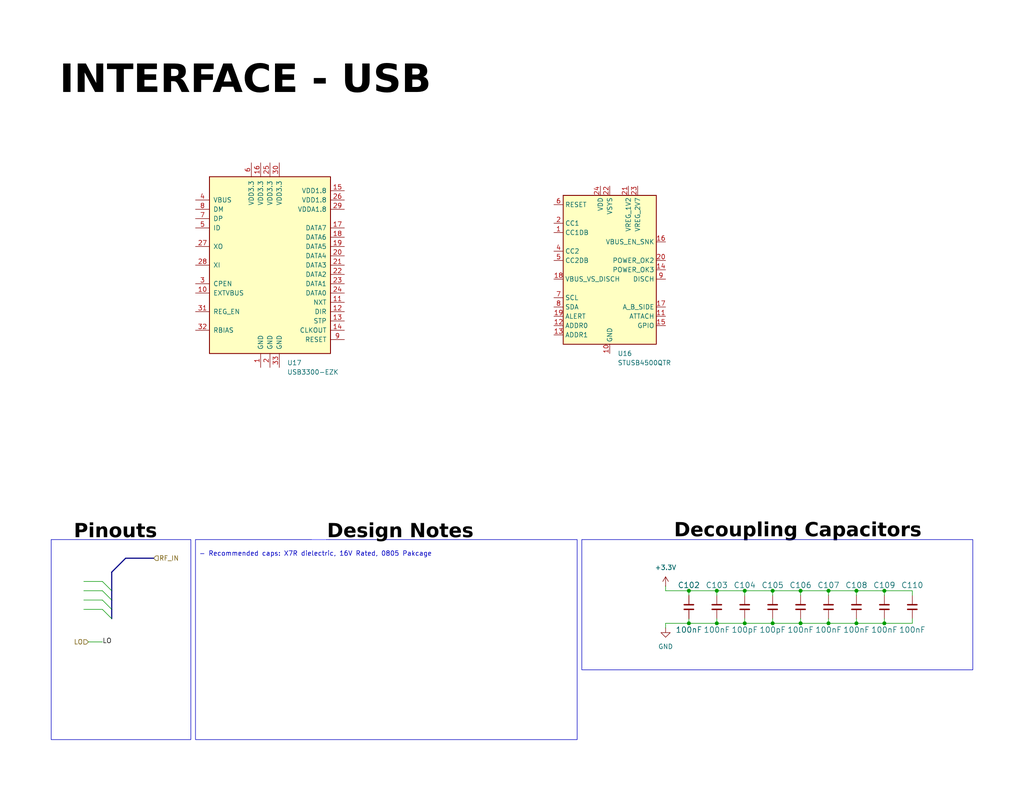
<source format=kicad_sch>
(kicad_sch
	(version 20250114)
	(generator "eeschema")
	(generator_version "9.0")
	(uuid "9d45dbc5-fc5d-4490-8a51-433afa29c55e")
	(paper "USLetter")
	(title_block
		(title "${BOARD_NAME}")
		(date "2025-04-07")
		(rev "${REVISION}")
		(company "${DESIGNER}")
	)
	(lib_symbols
		(symbol "Interface_USB:STUSB4500QTR"
			(exclude_from_sim no)
			(in_bom yes)
			(on_board yes)
			(property "Reference" "U"
				(at -12.7 21.59 0)
				(effects
					(font
						(size 1.27 1.27)
					)
				)
			)
			(property "Value" "STUSB4500QTR"
				(at 8.89 -21.59 0)
				(effects
					(font
						(size 1.27 1.27)
					)
				)
			)
			(property "Footprint" "Package_DFN_QFN:QFN-24-1EP_4x4mm_P0.5mm_EP2.7x2.7mm"
				(at 0 0 0)
				(effects
					(font
						(size 1.27 1.27)
					)
					(hide yes)
				)
			)
			(property "Datasheet" "https://www.st.com/resource/en/datasheet/stusb4500.pdf"
				(at 0 0 0)
				(effects
					(font
						(size 1.27 1.27)
					)
					(hide yes)
				)
			)
			(property "Description" "Stand-alone USB PD controller (with sink Auto-run mode), QFN-24"
				(at 0 0 0)
				(effects
					(font
						(size 1.27 1.27)
					)
					(hide yes)
				)
			)
			(property "ki_keywords" "USB PD Type C Sink"
				(at 0 0 0)
				(effects
					(font
						(size 1.27 1.27)
					)
					(hide yes)
				)
			)
			(property "ki_fp_filters" "QFN*4x4mm*P0.5mm*"
				(at 0 0 0)
				(effects
					(font
						(size 1.27 1.27)
					)
					(hide yes)
				)
			)
			(symbol "STUSB4500QTR_0_1"
				(rectangle
					(start -12.7 20.32)
					(end 12.7 -20.32)
					(stroke
						(width 0.254)
						(type default)
					)
					(fill
						(type background)
					)
				)
			)
			(symbol "STUSB4500QTR_1_1"
				(pin input line
					(at -15.24 17.78 0)
					(length 2.54)
					(name "RESET"
						(effects
							(font
								(size 1.27 1.27)
							)
						)
					)
					(number "6"
						(effects
							(font
								(size 1.27 1.27)
							)
						)
					)
				)
				(pin bidirectional line
					(at -15.24 12.7 0)
					(length 2.54)
					(name "CC1"
						(effects
							(font
								(size 1.27 1.27)
							)
						)
					)
					(number "2"
						(effects
							(font
								(size 1.27 1.27)
							)
						)
					)
				)
				(pin bidirectional line
					(at -15.24 10.16 0)
					(length 2.54)
					(name "CC1DB"
						(effects
							(font
								(size 1.27 1.27)
							)
						)
					)
					(number "1"
						(effects
							(font
								(size 1.27 1.27)
							)
						)
					)
				)
				(pin bidirectional line
					(at -15.24 5.08 0)
					(length 2.54)
					(name "CC2"
						(effects
							(font
								(size 1.27 1.27)
							)
						)
					)
					(number "4"
						(effects
							(font
								(size 1.27 1.27)
							)
						)
					)
				)
				(pin bidirectional line
					(at -15.24 2.54 0)
					(length 2.54)
					(name "CC2DB"
						(effects
							(font
								(size 1.27 1.27)
							)
						)
					)
					(number "5"
						(effects
							(font
								(size 1.27 1.27)
							)
						)
					)
				)
				(pin input line
					(at -15.24 -2.54 0)
					(length 2.54)
					(name "VBUS_VS_DISCH"
						(effects
							(font
								(size 1.27 1.27)
							)
						)
					)
					(number "18"
						(effects
							(font
								(size 1.27 1.27)
							)
						)
					)
				)
				(pin input line
					(at -15.24 -7.62 0)
					(length 2.54)
					(name "SCL"
						(effects
							(font
								(size 1.27 1.27)
							)
						)
					)
					(number "7"
						(effects
							(font
								(size 1.27 1.27)
							)
						)
					)
				)
				(pin bidirectional line
					(at -15.24 -10.16 0)
					(length 2.54)
					(name "SDA"
						(effects
							(font
								(size 1.27 1.27)
							)
						)
					)
					(number "8"
						(effects
							(font
								(size 1.27 1.27)
							)
						)
					)
				)
				(pin open_collector line
					(at -15.24 -12.7 0)
					(length 2.54)
					(name "ALERT"
						(effects
							(font
								(size 1.27 1.27)
							)
						)
					)
					(number "19"
						(effects
							(font
								(size 1.27 1.27)
							)
						)
					)
				)
				(pin input line
					(at -15.24 -15.24 0)
					(length 2.54)
					(name "ADDR0"
						(effects
							(font
								(size 1.27 1.27)
							)
						)
					)
					(number "12"
						(effects
							(font
								(size 1.27 1.27)
							)
						)
					)
				)
				(pin input line
					(at -15.24 -17.78 0)
					(length 2.54)
					(name "ADDR1"
						(effects
							(font
								(size 1.27 1.27)
							)
						)
					)
					(number "13"
						(effects
							(font
								(size 1.27 1.27)
							)
						)
					)
				)
				(pin no_connect line
					(at -12.7 15.24 0)
					(length 2.54)
					(hide yes)
					(name "NC"
						(effects
							(font
								(size 1.27 1.27)
							)
						)
					)
					(number "3"
						(effects
							(font
								(size 1.27 1.27)
							)
						)
					)
				)
				(pin power_in line
					(at -2.54 22.86 270)
					(length 2.54)
					(name "VDD"
						(effects
							(font
								(size 1.27 1.27)
							)
						)
					)
					(number "24"
						(effects
							(font
								(size 1.27 1.27)
							)
						)
					)
				)
				(pin power_in line
					(at 0 22.86 270)
					(length 2.54)
					(name "VSYS"
						(effects
							(font
								(size 1.27 1.27)
							)
						)
					)
					(number "22"
						(effects
							(font
								(size 1.27 1.27)
							)
						)
					)
				)
				(pin power_in line
					(at 0 -22.86 90)
					(length 2.54)
					(name "GND"
						(effects
							(font
								(size 1.27 1.27)
							)
						)
					)
					(number "10"
						(effects
							(font
								(size 1.27 1.27)
							)
						)
					)
				)
				(pin passive line
					(at 0 -22.86 90)
					(length 2.54)
					(hide yes)
					(name "GND"
						(effects
							(font
								(size 1.27 1.27)
							)
						)
					)
					(number "25"
						(effects
							(font
								(size 1.27 1.27)
							)
						)
					)
				)
				(pin power_out line
					(at 5.08 22.86 270)
					(length 2.54)
					(name "VREG_1V2"
						(effects
							(font
								(size 1.27 1.27)
							)
						)
					)
					(number "21"
						(effects
							(font
								(size 1.27 1.27)
							)
						)
					)
				)
				(pin power_out line
					(at 7.62 22.86 270)
					(length 2.54)
					(name "VREG_2V7"
						(effects
							(font
								(size 1.27 1.27)
							)
						)
					)
					(number "23"
						(effects
							(font
								(size 1.27 1.27)
							)
						)
					)
				)
				(pin open_collector line
					(at 15.24 7.62 180)
					(length 2.54)
					(name "VBUS_EN_SNK"
						(effects
							(font
								(size 1.27 1.27)
							)
						)
					)
					(number "16"
						(effects
							(font
								(size 1.27 1.27)
							)
						)
					)
				)
				(pin open_collector line
					(at 15.24 2.54 180)
					(length 2.54)
					(name "POWER_OK2"
						(effects
							(font
								(size 1.27 1.27)
							)
						)
					)
					(number "20"
						(effects
							(font
								(size 1.27 1.27)
							)
						)
					)
				)
				(pin open_collector line
					(at 15.24 0 180)
					(length 2.54)
					(name "POWER_OK3"
						(effects
							(font
								(size 1.27 1.27)
							)
						)
					)
					(number "14"
						(effects
							(font
								(size 1.27 1.27)
							)
						)
					)
				)
				(pin bidirectional line
					(at 15.24 -2.54 180)
					(length 2.54)
					(name "DISCH"
						(effects
							(font
								(size 1.27 1.27)
							)
						)
					)
					(number "9"
						(effects
							(font
								(size 1.27 1.27)
							)
						)
					)
				)
				(pin open_collector line
					(at 15.24 -10.16 180)
					(length 2.54)
					(name "A_B_SIDE"
						(effects
							(font
								(size 1.27 1.27)
							)
						)
					)
					(number "17"
						(effects
							(font
								(size 1.27 1.27)
							)
						)
					)
				)
				(pin open_collector line
					(at 15.24 -12.7 180)
					(length 2.54)
					(name "ATTACH"
						(effects
							(font
								(size 1.27 1.27)
							)
						)
					)
					(number "11"
						(effects
							(font
								(size 1.27 1.27)
							)
						)
					)
				)
				(pin open_collector line
					(at 15.24 -15.24 180)
					(length 2.54)
					(name "GPIO"
						(effects
							(font
								(size 1.27 1.27)
							)
						)
					)
					(number "15"
						(effects
							(font
								(size 1.27 1.27)
							)
						)
					)
				)
			)
			(embedded_fonts no)
		)
		(symbol "Interface_USB:USB3300-EZK"
			(pin_names
				(offset 1.016)
			)
			(exclude_from_sim no)
			(in_bom yes)
			(on_board yes)
			(property "Reference" "U"
				(at 0 1.27 0)
				(effects
					(font
						(size 1.27 1.27)
					)
				)
			)
			(property "Value" "USB3300-EZK"
				(at 0 -1.27 0)
				(effects
					(font
						(size 1.27 1.27)
					)
				)
			)
			(property "Footprint" "Package_DFN_QFN:QFN-32-1EP_5x5mm_P0.5mm_EP3.45x3.45mm"
				(at 33.02 -31.75 0)
				(effects
					(font
						(size 1.27 1.27)
					)
					(hide yes)
				)
			)
			(property "Datasheet" "http://ww1.microchip.com/downloads/en/DeviceDoc/00001783C.pdf"
				(at 0 0 0)
				(effects
					(font
						(size 1.27 1.27)
					)
					(hide yes)
				)
			)
			(property "Description" "Hi-Speed USB Host, Device or OTG PHY with ULPI Interface"
				(at 0 0 0)
				(effects
					(font
						(size 1.27 1.27)
					)
					(hide yes)
				)
			)
			(property "ki_keywords" "USB OTG Hi-Speed PHY ULPI Interface"
				(at 0 0 0)
				(effects
					(font
						(size 1.27 1.27)
					)
					(hide yes)
				)
			)
			(property "ki_fp_filters" "*QFN*32*1EP*5x5mm*P0.5mm*"
				(at 0 0 0)
				(effects
					(font
						(size 1.27 1.27)
					)
					(hide yes)
				)
			)
			(symbol "USB3300-EZK_0_1"
				(rectangle
					(start 16.51 -24.13)
					(end -16.51 24.13)
					(stroke
						(width 0.254)
						(type default)
					)
					(fill
						(type background)
					)
				)
			)
			(symbol "USB3300-EZK_1_1"
				(pin power_in line
					(at -20.32 17.78 0)
					(length 3.81)
					(name "VBUS"
						(effects
							(font
								(size 1.27 1.27)
							)
						)
					)
					(number "4"
						(effects
							(font
								(size 1.27 1.27)
							)
						)
					)
				)
				(pin bidirectional line
					(at -20.32 15.24 0)
					(length 3.81)
					(name "DM"
						(effects
							(font
								(size 1.27 1.27)
							)
						)
					)
					(number "8"
						(effects
							(font
								(size 1.27 1.27)
							)
						)
					)
				)
				(pin bidirectional line
					(at -20.32 12.7 0)
					(length 3.81)
					(name "DP"
						(effects
							(font
								(size 1.27 1.27)
							)
						)
					)
					(number "7"
						(effects
							(font
								(size 1.27 1.27)
							)
						)
					)
				)
				(pin input line
					(at -20.32 10.16 0)
					(length 3.81)
					(name "ID"
						(effects
							(font
								(size 1.27 1.27)
							)
						)
					)
					(number "5"
						(effects
							(font
								(size 1.27 1.27)
							)
						)
					)
				)
				(pin output line
					(at -20.32 5.08 0)
					(length 3.81)
					(name "XO"
						(effects
							(font
								(size 1.27 1.27)
							)
						)
					)
					(number "27"
						(effects
							(font
								(size 1.27 1.27)
							)
						)
					)
				)
				(pin input line
					(at -20.32 0 0)
					(length 3.81)
					(name "XI"
						(effects
							(font
								(size 1.27 1.27)
							)
						)
					)
					(number "28"
						(effects
							(font
								(size 1.27 1.27)
							)
						)
					)
				)
				(pin output line
					(at -20.32 -5.08 0)
					(length 3.81)
					(name "CPEN"
						(effects
							(font
								(size 1.27 1.27)
							)
						)
					)
					(number "3"
						(effects
							(font
								(size 1.27 1.27)
							)
						)
					)
				)
				(pin input line
					(at -20.32 -7.62 0)
					(length 3.81)
					(name "EXTVBUS"
						(effects
							(font
								(size 1.27 1.27)
							)
						)
					)
					(number "10"
						(effects
							(font
								(size 1.27 1.27)
							)
						)
					)
				)
				(pin bidirectional line
					(at -20.32 -12.7 0)
					(length 3.81)
					(name "REG_EN"
						(effects
							(font
								(size 1.27 1.27)
							)
						)
					)
					(number "31"
						(effects
							(font
								(size 1.27 1.27)
							)
						)
					)
				)
				(pin passive line
					(at -20.32 -17.78 0)
					(length 3.81)
					(name "RBIAS"
						(effects
							(font
								(size 1.27 1.27)
							)
						)
					)
					(number "32"
						(effects
							(font
								(size 1.27 1.27)
							)
						)
					)
				)
				(pin power_in line
					(at -5.08 27.94 270)
					(length 3.81)
					(name "VDD3.3"
						(effects
							(font
								(size 1.27 1.27)
							)
						)
					)
					(number "6"
						(effects
							(font
								(size 1.27 1.27)
							)
						)
					)
				)
				(pin power_in line
					(at -2.54 27.94 270)
					(length 3.81)
					(name "VDD3.3"
						(effects
							(font
								(size 1.27 1.27)
							)
						)
					)
					(number "16"
						(effects
							(font
								(size 1.27 1.27)
							)
						)
					)
				)
				(pin power_in line
					(at -2.54 -27.94 90)
					(length 3.81)
					(name "GND"
						(effects
							(font
								(size 1.27 1.27)
							)
						)
					)
					(number "1"
						(effects
							(font
								(size 1.27 1.27)
							)
						)
					)
				)
				(pin power_in line
					(at 0 27.94 270)
					(length 3.81)
					(name "VDD3.3"
						(effects
							(font
								(size 1.27 1.27)
							)
						)
					)
					(number "25"
						(effects
							(font
								(size 1.27 1.27)
							)
						)
					)
				)
				(pin power_in line
					(at 0 -27.94 90)
					(length 3.81)
					(name "GND"
						(effects
							(font
								(size 1.27 1.27)
							)
						)
					)
					(number "2"
						(effects
							(font
								(size 1.27 1.27)
							)
						)
					)
				)
				(pin power_in line
					(at 2.54 27.94 270)
					(length 3.81)
					(name "VDD3.3"
						(effects
							(font
								(size 1.27 1.27)
							)
						)
					)
					(number "30"
						(effects
							(font
								(size 1.27 1.27)
							)
						)
					)
				)
				(pin power_in line
					(at 2.54 -27.94 90)
					(length 3.81)
					(name "GND"
						(effects
							(font
								(size 1.27 1.27)
							)
						)
					)
					(number "33"
						(effects
							(font
								(size 1.27 1.27)
							)
						)
					)
				)
				(pin power_out line
					(at 20.32 20.32 180)
					(length 3.81)
					(name "VDD1.8"
						(effects
							(font
								(size 1.27 1.27)
							)
						)
					)
					(number "15"
						(effects
							(font
								(size 1.27 1.27)
							)
						)
					)
				)
				(pin power_out line
					(at 20.32 17.78 180)
					(length 3.81)
					(name "VDD1.8"
						(effects
							(font
								(size 1.27 1.27)
							)
						)
					)
					(number "26"
						(effects
							(font
								(size 1.27 1.27)
							)
						)
					)
				)
				(pin power_out line
					(at 20.32 15.24 180)
					(length 3.81)
					(name "VDDA1.8"
						(effects
							(font
								(size 1.27 1.27)
							)
						)
					)
					(number "29"
						(effects
							(font
								(size 1.27 1.27)
							)
						)
					)
				)
				(pin bidirectional line
					(at 20.32 10.16 180)
					(length 3.81)
					(name "DATA7"
						(effects
							(font
								(size 1.27 1.27)
							)
						)
					)
					(number "17"
						(effects
							(font
								(size 1.27 1.27)
							)
						)
					)
				)
				(pin bidirectional line
					(at 20.32 7.62 180)
					(length 3.81)
					(name "DATA6"
						(effects
							(font
								(size 1.27 1.27)
							)
						)
					)
					(number "18"
						(effects
							(font
								(size 1.27 1.27)
							)
						)
					)
				)
				(pin bidirectional line
					(at 20.32 5.08 180)
					(length 3.81)
					(name "DATA5"
						(effects
							(font
								(size 1.27 1.27)
							)
						)
					)
					(number "19"
						(effects
							(font
								(size 1.27 1.27)
							)
						)
					)
				)
				(pin bidirectional line
					(at 20.32 2.54 180)
					(length 3.81)
					(name "DATA4"
						(effects
							(font
								(size 1.27 1.27)
							)
						)
					)
					(number "20"
						(effects
							(font
								(size 1.27 1.27)
							)
						)
					)
				)
				(pin bidirectional line
					(at 20.32 0 180)
					(length 3.81)
					(name "DATA3"
						(effects
							(font
								(size 1.27 1.27)
							)
						)
					)
					(number "21"
						(effects
							(font
								(size 1.27 1.27)
							)
						)
					)
				)
				(pin bidirectional line
					(at 20.32 -2.54 180)
					(length 3.81)
					(name "DATA2"
						(effects
							(font
								(size 1.27 1.27)
							)
						)
					)
					(number "22"
						(effects
							(font
								(size 1.27 1.27)
							)
						)
					)
				)
				(pin bidirectional line
					(at 20.32 -5.08 180)
					(length 3.81)
					(name "DATA1"
						(effects
							(font
								(size 1.27 1.27)
							)
						)
					)
					(number "23"
						(effects
							(font
								(size 1.27 1.27)
							)
						)
					)
				)
				(pin bidirectional line
					(at 20.32 -7.62 180)
					(length 3.81)
					(name "DATA0"
						(effects
							(font
								(size 1.27 1.27)
							)
						)
					)
					(number "24"
						(effects
							(font
								(size 1.27 1.27)
							)
						)
					)
				)
				(pin output line
					(at 20.32 -10.16 180)
					(length 3.81)
					(name "NXT"
						(effects
							(font
								(size 1.27 1.27)
							)
						)
					)
					(number "11"
						(effects
							(font
								(size 1.27 1.27)
							)
						)
					)
				)
				(pin output line
					(at 20.32 -12.7 180)
					(length 3.81)
					(name "DIR"
						(effects
							(font
								(size 1.27 1.27)
							)
						)
					)
					(number "12"
						(effects
							(font
								(size 1.27 1.27)
							)
						)
					)
				)
				(pin input line
					(at 20.32 -15.24 180)
					(length 3.81)
					(name "STP"
						(effects
							(font
								(size 1.27 1.27)
							)
						)
					)
					(number "13"
						(effects
							(font
								(size 1.27 1.27)
							)
						)
					)
				)
				(pin output line
					(at 20.32 -17.78 180)
					(length 3.81)
					(name "CLKOUT"
						(effects
							(font
								(size 1.27 1.27)
							)
						)
					)
					(number "14"
						(effects
							(font
								(size 1.27 1.27)
							)
						)
					)
				)
				(pin input line
					(at 20.32 -20.32 180)
					(length 3.81)
					(name "RESET"
						(effects
							(font
								(size 1.27 1.27)
							)
						)
					)
					(number "9"
						(effects
							(font
								(size 1.27 1.27)
							)
						)
					)
				)
			)
			(embedded_fonts no)
		)
		(symbol "local-cap:Kemet-0805-Cap"
			(pin_names
				(offset 0.254)
			)
			(exclude_from_sim no)
			(in_bom yes)
			(on_board yes)
			(property "Reference" "C"
				(at 3.048 2.54 0)
				(effects
					(font
						(size 1.524 1.524)
					)
				)
			)
			(property "Value" "val"
				(at 3.048 -2.54 0)
				(effects
					(font
						(size 1.524 1.524)
					)
				)
			)
			(property "Footprint" "CAPC220145_88N_KEM"
				(at -25.908 14.478 0)
				(effects
					(font
						(size 1.27 1.27)
						(italic yes)
					)
					(justify left)
					(hide yes)
				)
			)
			(property "Datasheet" "${KIPRJMOD}/docs/kemet_0805_100nf_x7r_cap.pdf"
				(at -25.908 7.112 0)
				(effects
					(font
						(size 1.27 1.27)
						(italic yes)
					)
					(justify left)
					(hide yes)
				)
			)
			(property "Description" "KEMET 0805 X7R Capacitor"
				(at -25.908 12.7 0)
				(effects
					(font
						(size 1.27 1.27)
					)
					(justify left)
					(hide yes)
				)
			)
			(property "Manufacture" "KEMET"
				(at -25.908 10.922 0)
				(effects
					(font
						(size 1.27 1.27)
					)
					(justify left)
					(hide yes)
				)
			)
			(property "Manufacturer Part Number" "C0805C104K4RACTU"
				(at -19.05 10.922 0)
				(effects
					(font
						(size 1.27 1.27)
					)
					(justify left)
					(hide yes)
				)
			)
			(property "Supplier" "Digikey"
				(at -25.908 9.144 0)
				(effects
					(font
						(size 1.27 1.27)
					)
					(justify left)
					(hide yes)
				)
			)
			(property "Supplier Part Number" "C0805C104K4RACTU"
				(at -19.05 8.89 0)
				(effects
					(font
						(size 1.27 1.27)
					)
					(justify left)
					(hide yes)
				)
			)
			(property "ki_keywords" "C0805C104K4RACTU"
				(at 0 0 0)
				(effects
					(font
						(size 1.27 1.27)
					)
					(hide yes)
				)
			)
			(property "ki_fp_filters" "CAPC220145_88N_KEM CAPC220145_88N_KEM-M CAPC220145_88N_KEM-L"
				(at 0 0 0)
				(effects
					(font
						(size 1.27 1.27)
					)
					(hide yes)
				)
			)
			(symbol "Kemet-0805-Cap_1_1"
				(polyline
					(pts
						(xy 2.54 -1.27) (xy 2.54 1.27)
					)
					(stroke
						(width 0.381)
						(type solid)
					)
					(fill
						(type none)
					)
				)
				(polyline
					(pts
						(xy 3.81 -1.27) (xy 3.81 1.27)
					)
					(stroke
						(width 0.381)
						(type solid)
					)
					(fill
						(type none)
					)
				)
				(pin bidirectional line
					(at 0 0 0)
					(length 2.54)
					(name ""
						(effects
							(font
								(size 0 0)
							)
						)
					)
					(number "1"
						(effects
							(font
								(size 0 0)
							)
						)
					)
				)
				(pin bidirectional line
					(at 6.35 0 180)
					(length 2.54)
					(name ""
						(effects
							(font
								(size 0 0)
							)
						)
					)
					(number "2"
						(effects
							(font
								(size 0 0)
							)
						)
					)
				)
			)
			(symbol "Kemet-0805-Cap_1_2"
				(polyline
					(pts
						(xy -1.905 -3.4798) (xy 1.905 -3.4798)
					)
					(stroke
						(width 0.2032)
						(type default)
					)
					(fill
						(type none)
					)
				)
				(polyline
					(pts
						(xy -1.905 -4.1148) (xy 1.905 -4.1148)
					)
					(stroke
						(width 0.2032)
						(type default)
					)
					(fill
						(type none)
					)
				)
				(polyline
					(pts
						(xy 0 -2.54) (xy 0 -3.4798)
					)
					(stroke
						(width 0.2032)
						(type default)
					)
					(fill
						(type none)
					)
				)
				(polyline
					(pts
						(xy 0 -4.1148) (xy 0 -5.08)
					)
					(stroke
						(width 0.2032)
						(type default)
					)
					(fill
						(type none)
					)
				)
				(pin unspecified line
					(at 0 0 270)
					(length 2.54)
					(name ""
						(effects
							(font
								(size 1.27 1.27)
							)
						)
					)
					(number "1"
						(effects
							(font
								(size 1.27 1.27)
							)
						)
					)
				)
				(pin unspecified line
					(at 0 -7.62 90)
					(length 2.54)
					(name ""
						(effects
							(font
								(size 1.27 1.27)
							)
						)
					)
					(number "2"
						(effects
							(font
								(size 1.27 1.27)
							)
						)
					)
				)
			)
			(embedded_fonts no)
		)
		(symbol "power:+3.3V"
			(power)
			(pin_numbers
				(hide yes)
			)
			(pin_names
				(offset 0)
				(hide yes)
			)
			(exclude_from_sim no)
			(in_bom yes)
			(on_board yes)
			(property "Reference" "#PWR"
				(at 0 -3.81 0)
				(effects
					(font
						(size 1.27 1.27)
					)
					(hide yes)
				)
			)
			(property "Value" "+3.3V"
				(at 0 3.556 0)
				(effects
					(font
						(size 1.27 1.27)
					)
				)
			)
			(property "Footprint" ""
				(at 0 0 0)
				(effects
					(font
						(size 1.27 1.27)
					)
					(hide yes)
				)
			)
			(property "Datasheet" ""
				(at 0 0 0)
				(effects
					(font
						(size 1.27 1.27)
					)
					(hide yes)
				)
			)
			(property "Description" "Power symbol creates a global label with name \"+3.3V\""
				(at 0 0 0)
				(effects
					(font
						(size 1.27 1.27)
					)
					(hide yes)
				)
			)
			(property "ki_keywords" "global power"
				(at 0 0 0)
				(effects
					(font
						(size 1.27 1.27)
					)
					(hide yes)
				)
			)
			(symbol "+3.3V_0_1"
				(polyline
					(pts
						(xy -0.762 1.27) (xy 0 2.54)
					)
					(stroke
						(width 0)
						(type default)
					)
					(fill
						(type none)
					)
				)
				(polyline
					(pts
						(xy 0 2.54) (xy 0.762 1.27)
					)
					(stroke
						(width 0)
						(type default)
					)
					(fill
						(type none)
					)
				)
				(polyline
					(pts
						(xy 0 0) (xy 0 2.54)
					)
					(stroke
						(width 0)
						(type default)
					)
					(fill
						(type none)
					)
				)
			)
			(symbol "+3.3V_1_1"
				(pin power_in line
					(at 0 0 90)
					(length 0)
					(name "~"
						(effects
							(font
								(size 1.27 1.27)
							)
						)
					)
					(number "1"
						(effects
							(font
								(size 1.27 1.27)
							)
						)
					)
				)
			)
			(embedded_fonts no)
		)
		(symbol "power:GND"
			(power)
			(pin_numbers
				(hide yes)
			)
			(pin_names
				(offset 0)
				(hide yes)
			)
			(exclude_from_sim no)
			(in_bom yes)
			(on_board yes)
			(property "Reference" "#PWR"
				(at 0 -6.35 0)
				(effects
					(font
						(size 1.27 1.27)
					)
					(hide yes)
				)
			)
			(property "Value" "GND"
				(at 0 -3.81 0)
				(effects
					(font
						(size 1.27 1.27)
					)
				)
			)
			(property "Footprint" ""
				(at 0 0 0)
				(effects
					(font
						(size 1.27 1.27)
					)
					(hide yes)
				)
			)
			(property "Datasheet" ""
				(at 0 0 0)
				(effects
					(font
						(size 1.27 1.27)
					)
					(hide yes)
				)
			)
			(property "Description" "Power symbol creates a global label with name \"GND\" , ground"
				(at 0 0 0)
				(effects
					(font
						(size 1.27 1.27)
					)
					(hide yes)
				)
			)
			(property "ki_keywords" "global power"
				(at 0 0 0)
				(effects
					(font
						(size 1.27 1.27)
					)
					(hide yes)
				)
			)
			(symbol "GND_0_1"
				(polyline
					(pts
						(xy 0 0) (xy 0 -1.27) (xy 1.27 -1.27) (xy 0 -2.54) (xy -1.27 -1.27) (xy 0 -1.27)
					)
					(stroke
						(width 0)
						(type default)
					)
					(fill
						(type none)
					)
				)
			)
			(symbol "GND_1_1"
				(pin power_in line
					(at 0 0 270)
					(length 0)
					(name "~"
						(effects
							(font
								(size 1.27 1.27)
							)
						)
					)
					(number "1"
						(effects
							(font
								(size 1.27 1.27)
							)
						)
					)
				)
			)
			(embedded_fonts no)
		)
	)
	(rectangle
		(start 158.75 147.32)
		(end 265.43 182.88)
		(stroke
			(width 0)
			(type default)
		)
		(fill
			(type none)
		)
		(uuid 291bdc1f-daed-4bc1-b38f-d1753b9cde82)
	)
	(rectangle
		(start 13.97 147.32)
		(end 52.07 201.93)
		(stroke
			(width 0)
			(type default)
		)
		(fill
			(type none)
		)
		(uuid 5337f5a6-68f5-41b1-9fad-58a97e00f475)
	)
	(text "Decoupling Capacitors"
		(exclude_from_sim yes)
		(at 217.678 146.05 0)
		(effects
			(font
				(face "Adwaita Mono")
				(size 3.81 3.81)
				(thickness 1.016)
				(bold yes)
				(color 0 0 0 1)
			)
		)
		(uuid "59d49f05-e5d4-4062-9bea-cbbc8a7f16c8")
	)
	(text "Design Notes"
		(exclude_from_sim yes)
		(at 109.22 146.304 0)
		(effects
			(font
				(face "Adwaita Mono")
				(size 3.81 3.81)
				(thickness 1.016)
				(bold yes)
				(color 0 0 0 1)
			)
		)
		(uuid "870ec330-0d03-446b-8ae5-1227a177709f")
	)
	(text "INTERFACE - USB"
		(exclude_from_sim yes)
		(at 16.256 24.13 0)
		(effects
			(font
				(face "Verdana")
				(size 7.62 7.62)
				(thickness 0.254)
				(bold yes)
				(color 0 0 0 1)
			)
			(justify left)
		)
		(uuid "906e6b2d-1869-4e6f-b3f0-a20d4f0b8d92")
	)
	(text "Pinouts"
		(exclude_from_sim yes)
		(at 31.496 146.304 0)
		(effects
			(font
				(face "Adwaita Mono")
				(size 3.81 3.81)
				(thickness 1.016)
				(bold yes)
				(color 0 0 0 1)
			)
		)
		(uuid "93f6d29e-e14e-4b28-a9d2-31845e06bcc8")
	)
	(text_box "\n- Recommended caps: X7R dielectric, 16V Rated, 0805 Pakcage"
		(exclude_from_sim yes)
		(at 53.34 147.32 0)
		(size 104.14 54.61)
		(margins 0.9525 0.9525 0.9525 0.9525)
		(stroke
			(width 0)
			(type solid)
		)
		(fill
			(type none)
		)
		(effects
			(font
				(size 1.27 1.27)
				(thickness 0.1588)
			)
			(justify left top)
		)
		(uuid "eb7cb628-dc62-432a-baeb-d8958aa2337e")
	)
	(junction
		(at 241.3 170.18)
		(diameter 0)
		(color 0 0 0 0)
		(uuid "002c34a8-eca1-47dc-9252-e4da9ea699ec")
	)
	(junction
		(at 218.44 161.29)
		(diameter 0)
		(color 0 0 0 0)
		(uuid "1a03cb17-a636-4490-86c2-57d7fe9151a3")
	)
	(junction
		(at 187.96 170.18)
		(diameter 0)
		(color 0 0 0 0)
		(uuid "2fca8f35-cded-424f-8766-00f1e88c9ffd")
	)
	(junction
		(at 241.3 161.29)
		(diameter 0)
		(color 0 0 0 0)
		(uuid "3ca1c15d-c593-488a-a4aa-e0eb49195116")
	)
	(junction
		(at 210.82 161.29)
		(diameter 0)
		(color 0 0 0 0)
		(uuid "3e90a224-e003-458d-96ea-46117fc6bd45")
	)
	(junction
		(at 187.96 161.29)
		(diameter 0)
		(color 0 0 0 0)
		(uuid "6cf4947d-4e22-46f4-9944-607d05dfc1dc")
	)
	(junction
		(at 195.58 170.18)
		(diameter 0)
		(color 0 0 0 0)
		(uuid "7a15cf0c-3a19-4791-9e06-25762ad07732")
	)
	(junction
		(at 203.2 170.18)
		(diameter 0)
		(color 0 0 0 0)
		(uuid "80bb85a3-a8e3-4216-95b2-dc1efa36d2eb")
	)
	(junction
		(at 233.68 161.29)
		(diameter 0)
		(color 0 0 0 0)
		(uuid "94972211-4b20-4e59-b7b5-1403c35466cb")
	)
	(junction
		(at 226.06 161.29)
		(diameter 0)
		(color 0 0 0 0)
		(uuid "a3820cdf-deab-4838-9e49-88627cbdd22d")
	)
	(junction
		(at 226.06 170.18)
		(diameter 0)
		(color 0 0 0 0)
		(uuid "a8687027-a504-4aeb-942c-995be4438308")
	)
	(junction
		(at 195.58 161.29)
		(diameter 0)
		(color 0 0 0 0)
		(uuid "abe9ce62-14a7-4e24-945e-8a08e35e344d")
	)
	(junction
		(at 203.2 161.29)
		(diameter 0)
		(color 0 0 0 0)
		(uuid "bc55e7f7-1c41-4d73-83d1-eb6ca7310c15")
	)
	(junction
		(at 218.44 170.18)
		(diameter 0)
		(color 0 0 0 0)
		(uuid "c64390c9-af6a-4e4a-9e05-8631b21f24b2")
	)
	(junction
		(at 233.68 170.18)
		(diameter 0)
		(color 0 0 0 0)
		(uuid "d6fcd110-fb1d-4d28-b16c-8909ee9f284d")
	)
	(junction
		(at 210.82 170.18)
		(diameter 0)
		(color 0 0 0 0)
		(uuid "e0e2e7dd-dfea-4795-8270-99d790623cfd")
	)
	(bus_entry
		(at 27.94 166.37)
		(size 2.54 2.54)
		(stroke
			(width 0)
			(type default)
		)
		(uuid "94872a98-b4eb-420b-b7da-2e9509e280e3")
	)
	(bus_entry
		(at 27.94 163.83)
		(size 2.54 2.54)
		(stroke
			(width 0)
			(type default)
		)
		(uuid "d4f2b680-5cde-4689-a224-9ccdbb9c9a0a")
	)
	(bus_entry
		(at 27.94 158.75)
		(size 2.54 2.54)
		(stroke
			(width 0)
			(type default)
		)
		(uuid "d7324e1a-ba0e-4294-9581-396fbaa69677")
	)
	(bus_entry
		(at 27.94 161.29)
		(size 2.54 2.54)
		(stroke
			(width 0)
			(type default)
		)
		(uuid "e938cade-7fe1-4405-be4c-9ca055a9f42a")
	)
	(wire
		(pts
			(xy 233.68 161.29) (xy 241.3 161.29)
		)
		(stroke
			(width 0)
			(type default)
		)
		(uuid "01f65bc8-be32-4e7e-b334-74d27d08fd4b")
	)
	(wire
		(pts
			(xy 22.86 158.75) (xy 27.94 158.75)
		)
		(stroke
			(width 0)
			(type default)
		)
		(uuid "04fb6aad-9606-41d8-93ca-f2ff49c5a4de")
	)
	(wire
		(pts
			(xy 181.61 170.18) (xy 187.96 170.18)
		)
		(stroke
			(width 0)
			(type default)
		)
		(uuid "0b84c349-25b4-442a-bae1-1f3066659c63")
	)
	(wire
		(pts
			(xy 195.58 161.29) (xy 203.2 161.29)
		)
		(stroke
			(width 0)
			(type default)
		)
		(uuid "17356252-901f-42b9-a0a2-a30e58a1dbe0")
	)
	(bus
		(pts
			(xy 30.48 166.37) (xy 30.48 163.83)
		)
		(stroke
			(width 0)
			(type default)
		)
		(uuid "1bb40491-6a47-42be-92ec-9a4182b615c8")
	)
	(wire
		(pts
			(xy 241.3 162.56) (xy 241.3 161.29)
		)
		(stroke
			(width 0)
			(type default)
		)
		(uuid "1c19162c-702a-4eef-ac75-8580b83abf1c")
	)
	(wire
		(pts
			(xy 241.3 161.29) (xy 248.92 161.29)
		)
		(stroke
			(width 0)
			(type default)
		)
		(uuid "2b17ffa0-4a6c-499e-8884-310c023c21bf")
	)
	(wire
		(pts
			(xy 226.06 168.91) (xy 226.06 170.18)
		)
		(stroke
			(width 0)
			(type default)
		)
		(uuid "30e6c71a-7b65-44be-9a84-ac4b23843d54")
	)
	(wire
		(pts
			(xy 233.68 162.56) (xy 233.68 161.29)
		)
		(stroke
			(width 0)
			(type default)
		)
		(uuid "3e384fd9-3330-4f51-895e-7ad66edff5b0")
	)
	(wire
		(pts
			(xy 210.82 161.29) (xy 218.44 161.29)
		)
		(stroke
			(width 0)
			(type default)
		)
		(uuid "3f9df66a-7227-4562-85c5-422bb52e044e")
	)
	(wire
		(pts
			(xy 226.06 170.18) (xy 233.68 170.18)
		)
		(stroke
			(width 0)
			(type default)
		)
		(uuid "46f7050b-b7fc-4e54-8960-85f7e5313e6f")
	)
	(wire
		(pts
			(xy 203.2 170.18) (xy 210.82 170.18)
		)
		(stroke
			(width 0)
			(type default)
		)
		(uuid "51e82d61-c1d4-44e7-b0bb-cd4a3f1a1186")
	)
	(wire
		(pts
			(xy 218.44 168.91) (xy 218.44 170.18)
		)
		(stroke
			(width 0)
			(type default)
		)
		(uuid "532295d6-c259-401a-ade2-e1ad5199145e")
	)
	(wire
		(pts
			(xy 22.86 163.83) (xy 27.94 163.83)
		)
		(stroke
			(width 0)
			(type default)
		)
		(uuid "57295922-3d39-4dc6-8176-62fd7bc8b367")
	)
	(wire
		(pts
			(xy 203.2 162.56) (xy 203.2 161.29)
		)
		(stroke
			(width 0)
			(type default)
		)
		(uuid "5b23eefa-1b58-48d9-893e-307b1536e995")
	)
	(bus
		(pts
			(xy 30.48 166.37) (xy 30.48 168.91)
		)
		(stroke
			(width 0)
			(type default)
		)
		(uuid "63d05c77-c618-416a-97e8-a75d76415a37")
	)
	(wire
		(pts
			(xy 187.96 162.56) (xy 187.96 161.29)
		)
		(stroke
			(width 0)
			(type default)
		)
		(uuid "6c7505fa-115d-4551-9e5a-e12093af013e")
	)
	(wire
		(pts
			(xy 226.06 161.29) (xy 233.68 161.29)
		)
		(stroke
			(width 0)
			(type default)
		)
		(uuid "6dbe98b1-9d5f-4f2a-8a98-ae45ab5f2ea3")
	)
	(wire
		(pts
			(xy 248.92 168.91) (xy 248.92 170.18)
		)
		(stroke
			(width 0)
			(type default)
		)
		(uuid "6dfc9d80-9226-4f6a-ad42-1874251d6bfa")
	)
	(wire
		(pts
			(xy 218.44 161.29) (xy 226.06 161.29)
		)
		(stroke
			(width 0)
			(type default)
		)
		(uuid "72b036e9-e0f3-47ae-b2b8-c65c8cbadcde")
	)
	(wire
		(pts
			(xy 195.58 161.29) (xy 195.58 162.56)
		)
		(stroke
			(width 0)
			(type default)
		)
		(uuid "74058547-0291-4588-ae87-1a70e46fe48e")
	)
	(wire
		(pts
			(xy 187.96 161.29) (xy 195.58 161.29)
		)
		(stroke
			(width 0)
			(type default)
		)
		(uuid "7c8576e0-12e5-4946-8b63-e76744b554c4")
	)
	(wire
		(pts
			(xy 181.61 170.18) (xy 181.61 171.45)
		)
		(stroke
			(width 0)
			(type default)
		)
		(uuid "81bba3de-7a2e-49f2-802d-7357281f30f0")
	)
	(bus
		(pts
			(xy 34.29 152.4) (xy 41.91 152.4)
		)
		(stroke
			(width 0)
			(type default)
		)
		(uuid "83af8359-57f1-40df-b927-f87ee621555f")
	)
	(wire
		(pts
			(xy 218.44 162.56) (xy 218.44 161.29)
		)
		(stroke
			(width 0)
			(type default)
		)
		(uuid "86c1744b-b45b-4007-bd39-233b0b9876b4")
	)
	(wire
		(pts
			(xy 233.68 170.18) (xy 241.3 170.18)
		)
		(stroke
			(width 0)
			(type default)
		)
		(uuid "87a425e9-447b-47b1-a50d-a599ee7ad70a")
	)
	(wire
		(pts
			(xy 203.2 168.91) (xy 203.2 170.18)
		)
		(stroke
			(width 0)
			(type default)
		)
		(uuid "8cd55587-3352-45de-8982-5b7d4fe364ef")
	)
	(wire
		(pts
			(xy 233.68 168.91) (xy 233.68 170.18)
		)
		(stroke
			(width 0)
			(type default)
		)
		(uuid "906cdf02-3565-4faa-a9a0-b917a14640bf")
	)
	(bus
		(pts
			(xy 30.48 161.29) (xy 30.48 156.21)
		)
		(stroke
			(width 0)
			(type default)
		)
		(uuid "90a6257d-1b57-4fbb-a993-c65135106859")
	)
	(wire
		(pts
			(xy 248.92 162.56) (xy 248.92 161.29)
		)
		(stroke
			(width 0)
			(type default)
		)
		(uuid "94335fed-1506-4e84-ab84-42a4752f3ced")
	)
	(wire
		(pts
			(xy 195.58 170.18) (xy 195.58 168.91)
		)
		(stroke
			(width 0)
			(type default)
		)
		(uuid "9a2223a4-e45e-434e-aca4-a1f691a0f3b6")
	)
	(wire
		(pts
			(xy 181.61 160.02) (xy 181.61 161.29)
		)
		(stroke
			(width 0)
			(type default)
		)
		(uuid "9cd5e65c-f445-4d1f-bcbf-a2306cfdfb1f")
	)
	(wire
		(pts
			(xy 210.82 168.91) (xy 210.82 170.18)
		)
		(stroke
			(width 0)
			(type default)
		)
		(uuid "a20d9399-9dcb-4dcf-ac24-13745d553c41")
	)
	(wire
		(pts
			(xy 218.44 170.18) (xy 226.06 170.18)
		)
		(stroke
			(width 0)
			(type default)
		)
		(uuid "a598a367-5ce6-46af-b878-64ba04320877")
	)
	(wire
		(pts
			(xy 210.82 170.18) (xy 218.44 170.18)
		)
		(stroke
			(width 0)
			(type default)
		)
		(uuid "a6928a39-1ecb-4aa2-8666-c1c16e038691")
	)
	(wire
		(pts
			(xy 187.96 170.18) (xy 195.58 170.18)
		)
		(stroke
			(width 0)
			(type default)
		)
		(uuid "b5f50d59-5ed6-4c0f-9475-bfea801390b0")
	)
	(bus
		(pts
			(xy 30.48 163.83) (xy 30.48 161.29)
		)
		(stroke
			(width 0)
			(type default)
		)
		(uuid "b905e12d-9f93-48e8-b5f4-8d9df84371c5")
	)
	(wire
		(pts
			(xy 241.3 170.18) (xy 248.92 170.18)
		)
		(stroke
			(width 0)
			(type default)
		)
		(uuid "b9440c1a-6e14-4bd6-bf4b-368d8037191e")
	)
	(wire
		(pts
			(xy 226.06 162.56) (xy 226.06 161.29)
		)
		(stroke
			(width 0)
			(type default)
		)
		(uuid "babeb4ac-d26e-446e-bcef-84661038ac0f")
	)
	(wire
		(pts
			(xy 203.2 161.29) (xy 210.82 161.29)
		)
		(stroke
			(width 0)
			(type default)
		)
		(uuid "cb1cda60-ffe9-4f04-8024-2e82c4406567")
	)
	(wire
		(pts
			(xy 187.96 168.91) (xy 187.96 170.18)
		)
		(stroke
			(width 0)
			(type default)
		)
		(uuid "cb8dbf6a-3603-455d-9b63-bb65742cc732")
	)
	(polyline
		(pts
			(xy 85.09 147.32) (xy 88.9 147.32)
		)
		(stroke
			(width 0.508)
			(type solid)
			(color 255 255 255 1)
		)
		(uuid "cf956757-7ca4-4f46-8e61-92db1d2636cf")
	)
	(wire
		(pts
			(xy 22.86 161.29) (xy 27.94 161.29)
		)
		(stroke
			(width 0)
			(type default)
		)
		(uuid "d0b17b8f-12c9-40de-b9c1-a92cfc901916")
	)
	(wire
		(pts
			(xy 27.94 175.26) (xy 24.13 175.26)
		)
		(stroke
			(width 0)
			(type default)
		)
		(uuid "d15cc2e2-cf2d-4ee0-865d-48418510427f")
	)
	(wire
		(pts
			(xy 22.86 166.37) (xy 27.94 166.37)
		)
		(stroke
			(width 0)
			(type default)
		)
		(uuid "d59db410-05bd-45fb-9bbc-ce80fad8df09")
	)
	(wire
		(pts
			(xy 195.58 170.18) (xy 203.2 170.18)
		)
		(stroke
			(width 0)
			(type default)
		)
		(uuid "d991713d-e6da-44b9-a466-12709f57f9ef")
	)
	(wire
		(pts
			(xy 181.61 161.29) (xy 187.96 161.29)
		)
		(stroke
			(width 0)
			(type default)
		)
		(uuid "da175e37-5291-431c-8ef9-6a8047feac38")
	)
	(wire
		(pts
			(xy 241.3 168.91) (xy 241.3 170.18)
		)
		(stroke
			(width 0)
			(type default)
		)
		(uuid "f012f2f6-a362-4003-94d1-254896042f83")
	)
	(wire
		(pts
			(xy 210.82 162.56) (xy 210.82 161.29)
		)
		(stroke
			(width 0)
			(type default)
		)
		(uuid "fa86a812-cc0d-41d5-997d-117b5d0201f8")
	)
	(bus
		(pts
			(xy 30.48 156.21) (xy 34.29 152.4)
		)
		(stroke
			(width 0)
			(type default)
		)
		(uuid "fe04b160-fb9c-4846-a6ac-aa591754aeec")
	)
	(label "LO"
		(at 27.94 175.26 0)
		(effects
			(font
				(size 1.27 1.27)
			)
			(justify left)
		)
		(uuid "2214fd36-3a5e-473d-8b04-39e5ad5affbf")
	)
	(hierarchical_label "RF_IN"
		(shape input)
		(at 41.91 152.4 0)
		(effects
			(font
				(size 1.27 1.27)
			)
			(justify left)
		)
		(uuid "aee8226a-c2de-4541-ae77-172fb6937cb1")
	)
	(hierarchical_label "LO"
		(shape input)
		(at 24.13 175.26 180)
		(effects
			(font
				(size 1.27 1.27)
			)
			(justify right)
		)
		(uuid "de06d200-e535-4beb-8691-cce414ae245f")
	)
	(symbol
		(lib_id "Interface_USB:USB3300-EZK")
		(at 73.66 72.39 0)
		(unit 1)
		(exclude_from_sim no)
		(in_bom yes)
		(on_board yes)
		(dnp no)
		(fields_autoplaced yes)
		(uuid "02676198-a2e8-48a2-a5f7-133ddc3f23ad")
		(property "Reference" "U17"
			(at 78.3433 99.06 0)
			(effects
				(font
					(size 1.27 1.27)
				)
				(justify left)
			)
		)
		(property "Value" "USB3300-EZK"
			(at 78.3433 101.6 0)
			(effects
				(font
					(size 1.27 1.27)
				)
				(justify left)
			)
		)
		(property "Footprint" "Package_DFN_QFN:QFN-32-1EP_5x5mm_P0.5mm_EP3.45x3.45mm"
			(at 106.68 104.14 0)
			(effects
				(font
					(size 1.27 1.27)
				)
				(hide yes)
			)
		)
		(property "Datasheet" "http://ww1.microchip.com/downloads/en/DeviceDoc/00001783C.pdf"
			(at 73.66 72.39 0)
			(effects
				(font
					(size 1.27 1.27)
				)
				(hide yes)
			)
		)
		(property "Description" "Hi-Speed USB Host, Device or OTG PHY with ULPI Interface"
			(at 73.66 72.39 0)
			(effects
				(font
					(size 1.27 1.27)
				)
				(hide yes)
			)
		)
		(pin "31"
			(uuid "af658749-751d-4410-8130-28eb0c56cff0")
		)
		(pin "30"
			(uuid "8f57d055-a1ec-4280-92f4-16b4121b46a7")
		)
		(pin "25"
			(uuid "89f30596-a69d-43fa-b597-b4d7cfbeaca0")
		)
		(pin "33"
			(uuid "fea238e2-65ca-468d-8431-af1874de3c3d")
		)
		(pin "9"
			(uuid "37ed4241-e8c4-4936-a891-1c1f6092ed12")
		)
		(pin "15"
			(uuid "5df3222f-ea28-42ee-b751-d2ebc7981e1e")
		)
		(pin "6"
			(uuid "43ed3927-56b4-4fb2-ac99-12a84f51e0cc")
		)
		(pin "23"
			(uuid "3b77df88-6a0d-40e0-b725-997dcb5c6e2b")
		)
		(pin "19"
			(uuid "cf33e2e8-5da4-4a23-af32-5fff24953354")
		)
		(pin "32"
			(uuid "8314efa8-df15-483e-be11-4a1c39e39df2")
		)
		(pin "7"
			(uuid "c51d9916-b2c2-485a-b691-5af993eb74f7")
		)
		(pin "8"
			(uuid "b19f9ebf-2bdf-4d5b-a9ab-5b788d407f13")
		)
		(pin "22"
			(uuid "499a4219-ec2b-43da-b8ed-967e5380b9e9")
		)
		(pin "27"
			(uuid "000a62a0-992d-4eb8-9d50-c7b832b2ed34")
		)
		(pin "5"
			(uuid "001ec688-0343-43cc-a695-d854243d3d9e")
		)
		(pin "20"
			(uuid "5266dda8-1f5d-4485-9f8a-d0529a500711")
		)
		(pin "28"
			(uuid "cdc15f11-7ca6-45ee-946a-9bd3eb45bdc1")
		)
		(pin "29"
			(uuid "f385f38b-ab23-4a7b-8ab3-346c97df961c")
		)
		(pin "10"
			(uuid "45ba45f3-893e-46d2-ae0e-e7476cbec334")
		)
		(pin "16"
			(uuid "d7a58306-f34b-4b95-a689-98ab381d70c2")
		)
		(pin "14"
			(uuid "67d1bd70-10c0-4779-a343-ff472c3138b1")
		)
		(pin "17"
			(uuid "5adba0f7-a540-4ba5-8896-daace283d3fa")
		)
		(pin "12"
			(uuid "087662f6-0e5e-484a-ade8-6e82f675a825")
		)
		(pin "18"
			(uuid "c212dc2e-33ff-462d-a059-94f9428308df")
		)
		(pin "4"
			(uuid "4a0fa9ec-ac8b-45d2-9f05-e44643214334")
		)
		(pin "21"
			(uuid "8197e667-d9f1-48a4-82fd-6e3e5286d48f")
		)
		(pin "1"
			(uuid "14588a2c-f94d-44e4-bd67-183b13151b69")
		)
		(pin "26"
			(uuid "6e0960f1-b4e0-4581-910c-0d8af47026d4")
		)
		(pin "3"
			(uuid "0e7681ae-ec06-479b-96a9-7fcabe005129")
		)
		(pin "2"
			(uuid "62c4ad90-8c4a-4d2e-ba44-cad93a9b8c12")
		)
		(pin "11"
			(uuid "f74c3e53-cf28-4154-b519-f1cff935beaf")
		)
		(pin "13"
			(uuid "5c4a8b1a-a5b8-46a7-ba8c-0410a931acf1")
		)
		(pin "24"
			(uuid "7ae7983f-b5f5-4ec6-b026-65c5cba93701")
		)
		(instances
			(project ""
				(path "/6f4585fe-170a-460f-821c-f2114dc34181/6f1a5909-ac4c-4363-8523-c7dc18344b8a/10bfa6a8-ee68-4d82-ad5e-250dd1e93eb4"
					(reference "U17")
					(unit 1)
				)
			)
		)
	)
	(symbol
		(lib_id "local-cap:Kemet-0805-Cap")
		(at 195.58 168.91 90)
		(unit 1)
		(exclude_from_sim no)
		(in_bom yes)
		(on_board yes)
		(dnp no)
		(uuid "1a13e85c-d5e2-407e-a1da-e2e5b305baf8")
		(property "Reference" "C103"
			(at 195.58 159.766 90)
			(effects
				(font
					(size 1.524 1.524)
				)
			)
		)
		(property "Value" "100nF"
			(at 195.58 171.958 90)
			(effects
				(font
					(size 1.524 1.524)
				)
			)
		)
		(property "Footprint" "CAPC220145_88N_KEM"
			(at 181.102 194.818 0)
			(effects
				(font
					(size 1.27 1.27)
					(italic yes)
				)
				(justify left)
				(hide yes)
			)
		)
		(property "Datasheet" "${KIPRJMOD}/docs/kemet_0805_100nf_x7r_cap.pdf"
			(at 188.468 194.818 0)
			(effects
				(font
					(size 1.27 1.27)
					(italic yes)
				)
				(justify left)
				(hide yes)
			)
		)
		(property "Description" "KEMET 0805 X7R Capacitor"
			(at 182.88 194.818 0)
			(effects
				(font
					(size 1.27 1.27)
				)
				(justify left)
				(hide yes)
			)
		)
		(property "Manufacture" "KEMET"
			(at 184.658 194.818 0)
			(effects
				(font
					(size 1.27 1.27)
				)
				(justify left)
				(hide yes)
			)
		)
		(property "Manufacturer Part Number" "C0805C104K4RACTU"
			(at 184.658 187.96 0)
			(effects
				(font
					(size 1.27 1.27)
				)
				(justify left)
				(hide yes)
			)
		)
		(property "Supplier" "Digikey"
			(at 186.436 194.818 0)
			(effects
				(font
					(size 1.27 1.27)
				)
				(justify left)
				(hide yes)
			)
		)
		(property "Supplier Part Number" "C0805C104K4RACTU"
			(at 186.69 187.96 0)
			(effects
				(font
					(size 1.27 1.27)
				)
				(justify left)
				(hide yes)
			)
		)
		(pin "1"
			(uuid "fd16d931-d0cc-4b60-955f-93adda00839c")
		)
		(pin "2"
			(uuid "fc4817a5-2184-4e8c-84d9-d143a3467beb")
		)
		(instances
			(project "radar"
				(path "/6f4585fe-170a-460f-821c-f2114dc34181/6f1a5909-ac4c-4363-8523-c7dc18344b8a/10bfa6a8-ee68-4d82-ad5e-250dd1e93eb4"
					(reference "C103")
					(unit 1)
				)
			)
		)
	)
	(symbol
		(lib_id "power:GND")
		(at 181.61 171.45 0)
		(unit 1)
		(exclude_from_sim no)
		(in_bom yes)
		(on_board yes)
		(dnp no)
		(fields_autoplaced yes)
		(uuid "34603507-bf56-473a-a100-56f952783274")
		(property "Reference" "#PWR094"
			(at 181.61 177.8 0)
			(effects
				(font
					(size 1.27 1.27)
				)
				(hide yes)
			)
		)
		(property "Value" "GND"
			(at 181.61 176.53 0)
			(effects
				(font
					(size 1.27 1.27)
				)
			)
		)
		(property "Footprint" ""
			(at 181.61 171.45 0)
			(effects
				(font
					(size 1.27 1.27)
				)
				(hide yes)
			)
		)
		(property "Datasheet" ""
			(at 181.61 171.45 0)
			(effects
				(font
					(size 1.27 1.27)
				)
				(hide yes)
			)
		)
		(property "Description" "Power symbol creates a global label with name \"GND\" , ground"
			(at 181.61 171.45 0)
			(effects
				(font
					(size 1.27 1.27)
				)
				(hide yes)
			)
		)
		(pin "1"
			(uuid "6d50f4aa-b8ac-4b36-904f-5e080cde0669")
		)
		(instances
			(project "radar"
				(path "/6f4585fe-170a-460f-821c-f2114dc34181/6f1a5909-ac4c-4363-8523-c7dc18344b8a/10bfa6a8-ee68-4d82-ad5e-250dd1e93eb4"
					(reference "#PWR094")
					(unit 1)
				)
			)
		)
	)
	(symbol
		(lib_id "local-cap:Kemet-0805-Cap")
		(at 241.3 168.91 90)
		(unit 1)
		(exclude_from_sim no)
		(in_bom yes)
		(on_board yes)
		(dnp no)
		(uuid "44bdb419-f90e-42f5-9c01-aed06ddff2ee")
		(property "Reference" "C109"
			(at 241.3 159.766 90)
			(effects
				(font
					(size 1.524 1.524)
				)
			)
		)
		(property "Value" "100nF"
			(at 241.3 171.958 90)
			(effects
				(font
					(size 1.524 1.524)
				)
			)
		)
		(property "Footprint" "CAPC220145_88N_KEM"
			(at 226.822 194.818 0)
			(effects
				(font
					(size 1.27 1.27)
					(italic yes)
				)
				(justify left)
				(hide yes)
			)
		)
		(property "Datasheet" "${KIPRJMOD}/docs/kemet_0805_100nf_x7r_cap.pdf"
			(at 234.188 194.818 0)
			(effects
				(font
					(size 1.27 1.27)
					(italic yes)
				)
				(justify left)
				(hide yes)
			)
		)
		(property "Description" "KEMET 0805 X7R Capacitor"
			(at 228.6 194.818 0)
			(effects
				(font
					(size 1.27 1.27)
				)
				(justify left)
				(hide yes)
			)
		)
		(property "Manufacture" "KEMET"
			(at 230.378 194.818 0)
			(effects
				(font
					(size 1.27 1.27)
				)
				(justify left)
				(hide yes)
			)
		)
		(property "Manufacturer Part Number" "C0805C104K4RACTU"
			(at 230.378 187.96 0)
			(effects
				(font
					(size 1.27 1.27)
				)
				(justify left)
				(hide yes)
			)
		)
		(property "Supplier" "Digikey"
			(at 232.156 194.818 0)
			(effects
				(font
					(size 1.27 1.27)
				)
				(justify left)
				(hide yes)
			)
		)
		(property "Supplier Part Number" "C0805C104K4RACTU"
			(at 232.41 187.96 0)
			(effects
				(font
					(size 1.27 1.27)
				)
				(justify left)
				(hide yes)
			)
		)
		(pin "1"
			(uuid "b47f7754-43df-429e-abcd-4f5e0577ef4a")
		)
		(pin "2"
			(uuid "354a971d-6cd6-48b6-8188-91ad1f46e0b3")
		)
		(instances
			(project "radar"
				(path "/6f4585fe-170a-460f-821c-f2114dc34181/6f1a5909-ac4c-4363-8523-c7dc18344b8a/10bfa6a8-ee68-4d82-ad5e-250dd1e93eb4"
					(reference "C109")
					(unit 1)
				)
			)
		)
	)
	(symbol
		(lib_id "local-cap:Kemet-0805-Cap")
		(at 203.2 168.91 90)
		(unit 1)
		(exclude_from_sim no)
		(in_bom yes)
		(on_board yes)
		(dnp no)
		(uuid "55a2d387-bb24-47c2-9e2e-282fe69f2493")
		(property "Reference" "C104"
			(at 203.2 159.766 90)
			(effects
				(font
					(size 1.524 1.524)
				)
			)
		)
		(property "Value" "100pF"
			(at 203.2 171.958 90)
			(effects
				(font
					(size 1.524 1.524)
				)
			)
		)
		(property "Footprint" "CAPC220145_88N_KEM"
			(at 188.722 194.818 0)
			(effects
				(font
					(size 1.27 1.27)
					(italic yes)
				)
				(justify left)
				(hide yes)
			)
		)
		(property "Datasheet" "${KIPRJMOD}/docs/kemet_0805_100nf_x7r_cap.pdf"
			(at 196.088 194.818 0)
			(effects
				(font
					(size 1.27 1.27)
					(italic yes)
				)
				(justify left)
				(hide yes)
			)
		)
		(property "Description" "KEMET 0805 X7R Capacitor"
			(at 190.5 194.818 0)
			(effects
				(font
					(size 1.27 1.27)
				)
				(justify left)
				(hide yes)
			)
		)
		(property "Manufacture" "KEMET"
			(at 192.278 194.818 0)
			(effects
				(font
					(size 1.27 1.27)
				)
				(justify left)
				(hide yes)
			)
		)
		(property "Manufacturer Part Number" "C0805C104K4RACTU"
			(at 192.278 187.96 0)
			(effects
				(font
					(size 1.27 1.27)
				)
				(justify left)
				(hide yes)
			)
		)
		(property "Supplier" "Digikey"
			(at 194.056 194.818 0)
			(effects
				(font
					(size 1.27 1.27)
				)
				(justify left)
				(hide yes)
			)
		)
		(property "Supplier Part Number" "C0805C104K4RACTU"
			(at 194.31 187.96 0)
			(effects
				(font
					(size 1.27 1.27)
				)
				(justify left)
				(hide yes)
			)
		)
		(pin "1"
			(uuid "c61fc1ee-fff2-4c8d-b21e-95d2201fe118")
		)
		(pin "2"
			(uuid "79c77bc9-72c2-4701-8798-ada72c06a749")
		)
		(instances
			(project "radar"
				(path "/6f4585fe-170a-460f-821c-f2114dc34181/6f1a5909-ac4c-4363-8523-c7dc18344b8a/10bfa6a8-ee68-4d82-ad5e-250dd1e93eb4"
					(reference "C104")
					(unit 1)
				)
			)
		)
	)
	(symbol
		(lib_id "local-cap:Kemet-0805-Cap")
		(at 233.68 168.91 90)
		(unit 1)
		(exclude_from_sim no)
		(in_bom yes)
		(on_board yes)
		(dnp no)
		(uuid "7c610579-d1d2-41f3-80ab-ec6f32b28c5d")
		(property "Reference" "C108"
			(at 233.68 159.766 90)
			(effects
				(font
					(size 1.524 1.524)
				)
			)
		)
		(property "Value" "100nF"
			(at 233.68 171.958 90)
			(effects
				(font
					(size 1.524 1.524)
				)
			)
		)
		(property "Footprint" "CAPC220145_88N_KEM"
			(at 219.202 194.818 0)
			(effects
				(font
					(size 1.27 1.27)
					(italic yes)
				)
				(justify left)
				(hide yes)
			)
		)
		(property "Datasheet" "${KIPRJMOD}/docs/kemet_0805_100nf_x7r_cap.pdf"
			(at 226.568 194.818 0)
			(effects
				(font
					(size 1.27 1.27)
					(italic yes)
				)
				(justify left)
				(hide yes)
			)
		)
		(property "Description" "KEMET 0805 X7R Capacitor"
			(at 220.98 194.818 0)
			(effects
				(font
					(size 1.27 1.27)
				)
				(justify left)
				(hide yes)
			)
		)
		(property "Manufacture" "KEMET"
			(at 222.758 194.818 0)
			(effects
				(font
					(size 1.27 1.27)
				)
				(justify left)
				(hide yes)
			)
		)
		(property "Manufacturer Part Number" "C0805C104K4RACTU"
			(at 222.758 187.96 0)
			(effects
				(font
					(size 1.27 1.27)
				)
				(justify left)
				(hide yes)
			)
		)
		(property "Supplier" "Digikey"
			(at 224.536 194.818 0)
			(effects
				(font
					(size 1.27 1.27)
				)
				(justify left)
				(hide yes)
			)
		)
		(property "Supplier Part Number" "C0805C104K4RACTU"
			(at 224.79 187.96 0)
			(effects
				(font
					(size 1.27 1.27)
				)
				(justify left)
				(hide yes)
			)
		)
		(pin "1"
			(uuid "311a4e0c-d092-47ff-9af3-f28bcc9df64b")
		)
		(pin "2"
			(uuid "7cb6f26a-2c03-485a-9329-581f550343e5")
		)
		(instances
			(project "radar"
				(path "/6f4585fe-170a-460f-821c-f2114dc34181/6f1a5909-ac4c-4363-8523-c7dc18344b8a/10bfa6a8-ee68-4d82-ad5e-250dd1e93eb4"
					(reference "C108")
					(unit 1)
				)
			)
		)
	)
	(symbol
		(lib_id "local-cap:Kemet-0805-Cap")
		(at 248.92 168.91 90)
		(unit 1)
		(exclude_from_sim no)
		(in_bom yes)
		(on_board yes)
		(dnp no)
		(uuid "883d2864-9170-4eff-8647-03415d71b968")
		(property "Reference" "C110"
			(at 248.92 159.766 90)
			(effects
				(font
					(size 1.524 1.524)
				)
			)
		)
		(property "Value" "100nF"
			(at 248.92 171.958 90)
			(effects
				(font
					(size 1.524 1.524)
				)
			)
		)
		(property "Footprint" "CAPC220145_88N_KEM"
			(at 234.442 194.818 0)
			(effects
				(font
					(size 1.27 1.27)
					(italic yes)
				)
				(justify left)
				(hide yes)
			)
		)
		(property "Datasheet" "${KIPRJMOD}/docs/kemet_0805_100nf_x7r_cap.pdf"
			(at 241.808 194.818 0)
			(effects
				(font
					(size 1.27 1.27)
					(italic yes)
				)
				(justify left)
				(hide yes)
			)
		)
		(property "Description" "KEMET 0805 X7R Capacitor"
			(at 236.22 194.818 0)
			(effects
				(font
					(size 1.27 1.27)
				)
				(justify left)
				(hide yes)
			)
		)
		(property "Manufacture" "KEMET"
			(at 237.998 194.818 0)
			(effects
				(font
					(size 1.27 1.27)
				)
				(justify left)
				(hide yes)
			)
		)
		(property "Manufacturer Part Number" "C0805C104K4RACTU"
			(at 237.998 187.96 0)
			(effects
				(font
					(size 1.27 1.27)
				)
				(justify left)
				(hide yes)
			)
		)
		(property "Supplier" "Digikey"
			(at 239.776 194.818 0)
			(effects
				(font
					(size 1.27 1.27)
				)
				(justify left)
				(hide yes)
			)
		)
		(property "Supplier Part Number" "C0805C104K4RACTU"
			(at 240.03 187.96 0)
			(effects
				(font
					(size 1.27 1.27)
				)
				(justify left)
				(hide yes)
			)
		)
		(pin "1"
			(uuid "3392ad6e-93a7-4cc1-9006-348d720618bd")
		)
		(pin "2"
			(uuid "4a0cf8c2-c967-43ee-8c8c-9b7cc6aa8d8b")
		)
		(instances
			(project "radar"
				(path "/6f4585fe-170a-460f-821c-f2114dc34181/6f1a5909-ac4c-4363-8523-c7dc18344b8a/10bfa6a8-ee68-4d82-ad5e-250dd1e93eb4"
					(reference "C110")
					(unit 1)
				)
			)
		)
	)
	(symbol
		(lib_id "local-cap:Kemet-0805-Cap")
		(at 187.96 168.91 90)
		(unit 1)
		(exclude_from_sim no)
		(in_bom yes)
		(on_board yes)
		(dnp no)
		(uuid "94f49a2c-f562-4f6a-a40c-08861c8174d8")
		(property "Reference" "C102"
			(at 187.96 159.766 90)
			(effects
				(font
					(size 1.524 1.524)
				)
			)
		)
		(property "Value" "100nF"
			(at 187.96 171.958 90)
			(effects
				(font
					(size 1.524 1.524)
				)
			)
		)
		(property "Footprint" "CAPC220145_88N_KEM"
			(at 173.482 194.818 0)
			(effects
				(font
					(size 1.27 1.27)
					(italic yes)
				)
				(justify left)
				(hide yes)
			)
		)
		(property "Datasheet" "${KIPRJMOD}/docs/kemet_0805_100nf_x7r_cap.pdf"
			(at 180.848 194.818 0)
			(effects
				(font
					(size 1.27 1.27)
					(italic yes)
				)
				(justify left)
				(hide yes)
			)
		)
		(property "Description" "KEMET 0805 X7R Capacitor"
			(at 175.26 194.818 0)
			(effects
				(font
					(size 1.27 1.27)
				)
				(justify left)
				(hide yes)
			)
		)
		(property "Manufacture" "KEMET"
			(at 177.038 194.818 0)
			(effects
				(font
					(size 1.27 1.27)
				)
				(justify left)
				(hide yes)
			)
		)
		(property "Manufacturer Part Number" "C0805C104K4RACTU"
			(at 177.038 187.96 0)
			(effects
				(font
					(size 1.27 1.27)
				)
				(justify left)
				(hide yes)
			)
		)
		(property "Supplier" "Digikey"
			(at 178.816 194.818 0)
			(effects
				(font
					(size 1.27 1.27)
				)
				(justify left)
				(hide yes)
			)
		)
		(property "Supplier Part Number" "C0805C104K4RACTU"
			(at 179.07 187.96 0)
			(effects
				(font
					(size 1.27 1.27)
				)
				(justify left)
				(hide yes)
			)
		)
		(pin "1"
			(uuid "f33fbab6-673b-4f7d-933e-b4315af62b86")
		)
		(pin "2"
			(uuid "ed4b0f0a-b69e-436e-9e9a-d24e9fb6ebfb")
		)
		(instances
			(project "radar"
				(path "/6f4585fe-170a-460f-821c-f2114dc34181/6f1a5909-ac4c-4363-8523-c7dc18344b8a/10bfa6a8-ee68-4d82-ad5e-250dd1e93eb4"
					(reference "C102")
					(unit 1)
				)
			)
		)
	)
	(symbol
		(lib_id "local-cap:Kemet-0805-Cap")
		(at 218.44 168.91 90)
		(unit 1)
		(exclude_from_sim no)
		(in_bom yes)
		(on_board yes)
		(dnp no)
		(uuid "ac45934d-debd-4708-8865-ca7559438b0b")
		(property "Reference" "C106"
			(at 218.44 159.766 90)
			(effects
				(font
					(size 1.524 1.524)
				)
			)
		)
		(property "Value" "100nF"
			(at 218.44 171.958 90)
			(effects
				(font
					(size 1.524 1.524)
				)
			)
		)
		(property "Footprint" "CAPC220145_88N_KEM"
			(at 203.962 194.818 0)
			(effects
				(font
					(size 1.27 1.27)
					(italic yes)
				)
				(justify left)
				(hide yes)
			)
		)
		(property "Datasheet" "${KIPRJMOD}/docs/kemet_0805_100nf_x7r_cap.pdf"
			(at 211.328 194.818 0)
			(effects
				(font
					(size 1.27 1.27)
					(italic yes)
				)
				(justify left)
				(hide yes)
			)
		)
		(property "Description" "KEMET 0805 X7R Capacitor"
			(at 205.74 194.818 0)
			(effects
				(font
					(size 1.27 1.27)
				)
				(justify left)
				(hide yes)
			)
		)
		(property "Manufacture" "KEMET"
			(at 207.518 194.818 0)
			(effects
				(font
					(size 1.27 1.27)
				)
				(justify left)
				(hide yes)
			)
		)
		(property "Manufacturer Part Number" "C0805C104K4RACTU"
			(at 207.518 187.96 0)
			(effects
				(font
					(size 1.27 1.27)
				)
				(justify left)
				(hide yes)
			)
		)
		(property "Supplier" "Digikey"
			(at 209.296 194.818 0)
			(effects
				(font
					(size 1.27 1.27)
				)
				(justify left)
				(hide yes)
			)
		)
		(property "Supplier Part Number" "C0805C104K4RACTU"
			(at 209.55 187.96 0)
			(effects
				(font
					(size 1.27 1.27)
				)
				(justify left)
				(hide yes)
			)
		)
		(pin "1"
			(uuid "f77d58d1-ca5d-48f9-9092-91b819189045")
		)
		(pin "2"
			(uuid "fa116623-45e8-4a76-977e-e806f1d778c0")
		)
		(instances
			(project "radar"
				(path "/6f4585fe-170a-460f-821c-f2114dc34181/6f1a5909-ac4c-4363-8523-c7dc18344b8a/10bfa6a8-ee68-4d82-ad5e-250dd1e93eb4"
					(reference "C106")
					(unit 1)
				)
			)
		)
	)
	(symbol
		(lib_id "power:+3.3V")
		(at 181.61 160.02 0)
		(unit 1)
		(exclude_from_sim no)
		(in_bom yes)
		(on_board yes)
		(dnp no)
		(fields_autoplaced yes)
		(uuid "b34527b7-2d71-4d36-a90d-b70605d682ce")
		(property "Reference" "#PWR093"
			(at 181.61 163.83 0)
			(effects
				(font
					(size 1.27 1.27)
				)
				(hide yes)
			)
		)
		(property "Value" "+3.3V"
			(at 181.61 154.94 0)
			(effects
				(font
					(size 1.27 1.27)
				)
			)
		)
		(property "Footprint" ""
			(at 181.61 160.02 0)
			(effects
				(font
					(size 1.27 1.27)
				)
				(hide yes)
			)
		)
		(property "Datasheet" ""
			(at 181.61 160.02 0)
			(effects
				(font
					(size 1.27 1.27)
				)
				(hide yes)
			)
		)
		(property "Description" "Power symbol creates a global label with name \"+3.3V\""
			(at 181.61 160.02 0)
			(effects
				(font
					(size 1.27 1.27)
				)
				(hide yes)
			)
		)
		(pin "1"
			(uuid "77a58b91-c0fe-4a29-bc36-a2501433dd69")
		)
		(instances
			(project "radar"
				(path "/6f4585fe-170a-460f-821c-f2114dc34181/6f1a5909-ac4c-4363-8523-c7dc18344b8a/10bfa6a8-ee68-4d82-ad5e-250dd1e93eb4"
					(reference "#PWR093")
					(unit 1)
				)
			)
		)
	)
	(symbol
		(lib_id "local-cap:Kemet-0805-Cap")
		(at 226.06 168.91 90)
		(unit 1)
		(exclude_from_sim no)
		(in_bom yes)
		(on_board yes)
		(dnp no)
		(uuid "c4c44fac-ec1b-4a38-8c8c-d1506743a154")
		(property "Reference" "C107"
			(at 226.06 159.766 90)
			(effects
				(font
					(size 1.524 1.524)
				)
			)
		)
		(property "Value" "100nF"
			(at 226.06 171.958 90)
			(effects
				(font
					(size 1.524 1.524)
				)
			)
		)
		(property "Footprint" "CAPC220145_88N_KEM"
			(at 211.582 194.818 0)
			(effects
				(font
					(size 1.27 1.27)
					(italic yes)
				)
				(justify left)
				(hide yes)
			)
		)
		(property "Datasheet" "${KIPRJMOD}/docs/kemet_0805_100nf_x7r_cap.pdf"
			(at 218.948 194.818 0)
			(effects
				(font
					(size 1.27 1.27)
					(italic yes)
				)
				(justify left)
				(hide yes)
			)
		)
		(property "Description" "KEMET 0805 X7R Capacitor"
			(at 213.36 194.818 0)
			(effects
				(font
					(size 1.27 1.27)
				)
				(justify left)
				(hide yes)
			)
		)
		(property "Manufacture" "KEMET"
			(at 215.138 194.818 0)
			(effects
				(font
					(size 1.27 1.27)
				)
				(justify left)
				(hide yes)
			)
		)
		(property "Manufacturer Part Number" "C0805C104K4RACTU"
			(at 215.138 187.96 0)
			(effects
				(font
					(size 1.27 1.27)
				)
				(justify left)
				(hide yes)
			)
		)
		(property "Supplier" "Digikey"
			(at 216.916 194.818 0)
			(effects
				(font
					(size 1.27 1.27)
				)
				(justify left)
				(hide yes)
			)
		)
		(property "Supplier Part Number" "C0805C104K4RACTU"
			(at 217.17 187.96 0)
			(effects
				(font
					(size 1.27 1.27)
				)
				(justify left)
				(hide yes)
			)
		)
		(pin "1"
			(uuid "633ab014-9a8e-4af7-978d-f2f99388682e")
		)
		(pin "2"
			(uuid "b5d90cf3-dd2a-4d09-9b7b-92bc0f11cb7b")
		)
		(instances
			(project "radar"
				(path "/6f4585fe-170a-460f-821c-f2114dc34181/6f1a5909-ac4c-4363-8523-c7dc18344b8a/10bfa6a8-ee68-4d82-ad5e-250dd1e93eb4"
					(reference "C107")
					(unit 1)
				)
			)
		)
	)
	(symbol
		(lib_id "Interface_USB:STUSB4500QTR")
		(at 166.37 73.66 0)
		(unit 1)
		(exclude_from_sim no)
		(in_bom yes)
		(on_board yes)
		(dnp no)
		(fields_autoplaced yes)
		(uuid "e45fca54-c20f-4974-a7c4-cf6fd98ba703")
		(property "Reference" "U16"
			(at 168.5133 96.52 0)
			(effects
				(font
					(size 1.27 1.27)
				)
				(justify left)
			)
		)
		(property "Value" "STUSB4500QTR"
			(at 168.5133 99.06 0)
			(effects
				(font
					(size 1.27 1.27)
				)
				(justify left)
			)
		)
		(property "Footprint" "Package_DFN_QFN:QFN-24-1EP_4x4mm_P0.5mm_EP2.7x2.7mm"
			(at 166.37 73.66 0)
			(effects
				(font
					(size 1.27 1.27)
				)
				(hide yes)
			)
		)
		(property "Datasheet" "https://www.st.com/resource/en/datasheet/stusb4500.pdf"
			(at 166.37 73.66 0)
			(effects
				(font
					(size 1.27 1.27)
				)
				(hide yes)
			)
		)
		(property "Description" "Stand-alone USB PD controller (with sink Auto-run mode), QFN-24"
			(at 166.37 73.66 0)
			(effects
				(font
					(size 1.27 1.27)
				)
				(hide yes)
			)
		)
		(pin "13"
			(uuid "c5843c3f-6cdc-46ee-8caa-c60a9699eef5")
		)
		(pin "17"
			(uuid "da940478-e2d7-4676-b5ca-ddd36d19d1d1")
		)
		(pin "15"
			(uuid "97845c0a-a549-4566-8918-5e20af8139e8")
		)
		(pin "21"
			(uuid "44a1121a-548d-4e9c-999a-5d7531a4bb88")
		)
		(pin "5"
			(uuid "64e53c16-3d32-421f-b9a2-e7afc25005c4")
		)
		(pin "4"
			(uuid "47f04be7-1acd-403d-ad79-933177808765")
		)
		(pin "1"
			(uuid "f90a3e34-b7e2-48d9-8a59-3fb9eb2e4a47")
		)
		(pin "18"
			(uuid "88baf9ea-240e-44ba-8643-504138ac585d")
		)
		(pin "22"
			(uuid "69bf369d-0c18-465f-8cb2-5df4e844d348")
		)
		(pin "11"
			(uuid "9d8aede7-e9ad-4e7c-8c38-da01b18193f9")
		)
		(pin "8"
			(uuid "a4388d1b-fd53-41f0-b184-65f7c3017645")
		)
		(pin "3"
			(uuid "2b734bdf-c49f-441a-aaa4-ff0d2cc036f7")
		)
		(pin "14"
			(uuid "36e8dfdb-362d-4981-8287-cc4a7acf6cd5")
		)
		(pin "9"
			(uuid "11bee4cb-f1f0-4df3-9dfb-aa0c42203689")
		)
		(pin "10"
			(uuid "f516b1b2-aaf6-4dee-a3b3-1d3f6bd50188")
		)
		(pin "2"
			(uuid "88d3645e-9b70-4ea1-a408-c8b09c9c540d")
		)
		(pin "6"
			(uuid "aac8143c-0e47-45c0-b64e-d2b5af99999f")
		)
		(pin "19"
			(uuid "e68c96c5-dabe-4a30-8622-88fbe582ebad")
		)
		(pin "25"
			(uuid "4e5572c4-bfed-479d-81f9-28e536cc1173")
		)
		(pin "23"
			(uuid "bdda7a22-92fc-48cf-91df-6df33fa67ea3")
		)
		(pin "24"
			(uuid "a95f1553-0cf7-4949-8fba-d132343fb698")
		)
		(pin "12"
			(uuid "6c35f775-9dc7-49a6-a55d-4feab4349ff8")
		)
		(pin "20"
			(uuid "7daca543-944c-46d5-bc6d-16d1e9e1ddb2")
		)
		(pin "16"
			(uuid "6de95b64-6939-4744-8504-6dcde18dff9c")
		)
		(pin "7"
			(uuid "f013968c-ea66-4a44-8c4a-22a4e4d52547")
		)
		(instances
			(project ""
				(path "/6f4585fe-170a-460f-821c-f2114dc34181/6f1a5909-ac4c-4363-8523-c7dc18344b8a/10bfa6a8-ee68-4d82-ad5e-250dd1e93eb4"
					(reference "U16")
					(unit 1)
				)
			)
		)
	)
	(symbol
		(lib_id "local-cap:Kemet-0805-Cap")
		(at 210.82 168.91 90)
		(unit 1)
		(exclude_from_sim no)
		(in_bom yes)
		(on_board yes)
		(dnp no)
		(uuid "f077cfdb-0ce7-42a1-aaff-c0d0b72dd648")
		(property "Reference" "C105"
			(at 210.82 159.766 90)
			(effects
				(font
					(size 1.524 1.524)
				)
			)
		)
		(property "Value" "100pF"
			(at 210.82 171.958 90)
			(effects
				(font
					(size 1.524 1.524)
				)
			)
		)
		(property "Footprint" "CAPC220145_88N_KEM"
			(at 196.342 194.818 0)
			(effects
				(font
					(size 1.27 1.27)
					(italic yes)
				)
				(justify left)
				(hide yes)
			)
		)
		(property "Datasheet" "${KIPRJMOD}/docs/kemet_0805_100nf_x7r_cap.pdf"
			(at 203.708 194.818 0)
			(effects
				(font
					(size 1.27 1.27)
					(italic yes)
				)
				(justify left)
				(hide yes)
			)
		)
		(property "Description" "KEMET 0805 X7R Capacitor"
			(at 198.12 194.818 0)
			(effects
				(font
					(size 1.27 1.27)
				)
				(justify left)
				(hide yes)
			)
		)
		(property "Manufacture" "KEMET"
			(at 199.898 194.818 0)
			(effects
				(font
					(size 1.27 1.27)
				)
				(justify left)
				(hide yes)
			)
		)
		(property "Manufacturer Part Number" "C0805C104K4RACTU"
			(at 199.898 187.96 0)
			(effects
				(font
					(size 1.27 1.27)
				)
				(justify left)
				(hide yes)
			)
		)
		(property "Supplier" "Digikey"
			(at 201.676 194.818 0)
			(effects
				(font
					(size 1.27 1.27)
				)
				(justify left)
				(hide yes)
			)
		)
		(property "Supplier Part Number" "C0805C104K4RACTU"
			(at 201.93 187.96 0)
			(effects
				(font
					(size 1.27 1.27)
				)
				(justify left)
				(hide yes)
			)
		)
		(pin "1"
			(uuid "f193c6fe-d577-48f8-8180-5aa4050efd9c")
		)
		(pin "2"
			(uuid "c36ed9fe-afc1-4a8e-abec-f6acaf4f551e")
		)
		(instances
			(project "radar"
				(path "/6f4585fe-170a-460f-821c-f2114dc34181/6f1a5909-ac4c-4363-8523-c7dc18344b8a/10bfa6a8-ee68-4d82-ad5e-250dd1e93eb4"
					(reference "C105")
					(unit 1)
				)
			)
		)
	)
)

</source>
